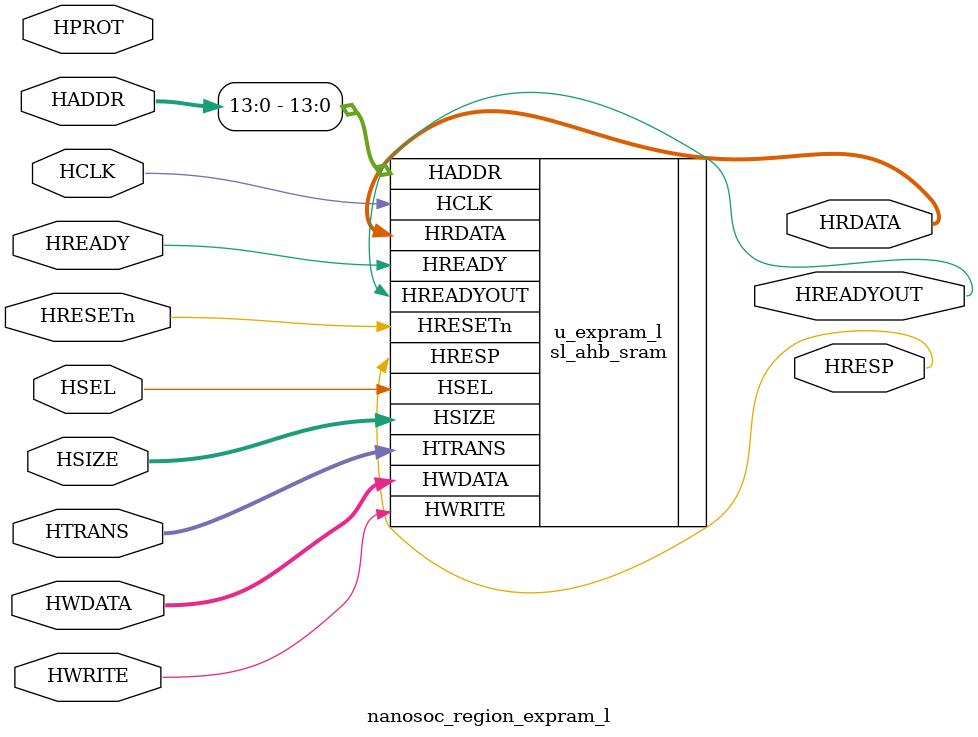
<source format=v>

module nanosoc_region_expram_l #(
        parameter    SYS_ADDR_W          = 32, // System Address Width
        parameter    SYS_DATA_W          = 32, // System Data Width
        parameter    EXPRAM_L_RAM_ADDR_W = 14, // Width of RAM Address  - Default 16KB
        parameter    EXPRAM_L_RAM_DATA_W = 32  // Width of RAM Data Bus - Default 32 bits
    )(
        `ifdef POWER_PINS
        inout  wire          VDD,
        inout  wire          VSS,
        `endif
        input  wire                   HCLK,    
        input  wire                   HRESETn, 

        // AHB connection to Initiator
        input  wire                   HSEL,
        input  wire  [SYS_ADDR_W-1:0] HADDR,
        input  wire             [1:0] HTRANS,
        input  wire             [2:0] HSIZE,
        input  wire             [3:0] HPROT,
        input  wire                   HWRITE,
        input  wire                   HREADY,
        input  wire  [SYS_DATA_W-1:0] HWDATA,

        output wire                   HREADYOUT,
        output wire                   HRESP,
        output wire  [SYS_DATA_W-1:0] HRDATA
    );
    
    // SRAM Instantiation
    sl_ahb_sram #(
        .SYS_DATA_W (SYS_DATA_W),
        .RAM_ADDR_W (EXPRAM_L_RAM_ADDR_W),
        .RAM_DATA_W (EXPRAM_L_RAM_DATA_W)
    ) u_expram_l (
        `ifdef POWER_PINS
        .VDD   (VDD),
        .VSS   (VSS),
        `endif
        // AHB Inputs
        .HCLK       (HCLK),
        .HRESETn    (HRESETn),
        .HSEL       (HSEL),  
        .HADDR      (HADDR[EXPRAM_L_RAM_ADDR_W-1:0]),
        .HTRANS     (HTRANS),
        .HSIZE      (HSIZE),
        .HWRITE     (HWRITE),
        .HWDATA     (HWDATA),
        .HREADY     (HREADY),

        // AHB Outputs
        .HREADYOUT  (HREADYOUT),
        .HRDATA     (HRDATA),
        .HRESP      (HRESP)
   );
    
endmodule
</source>
